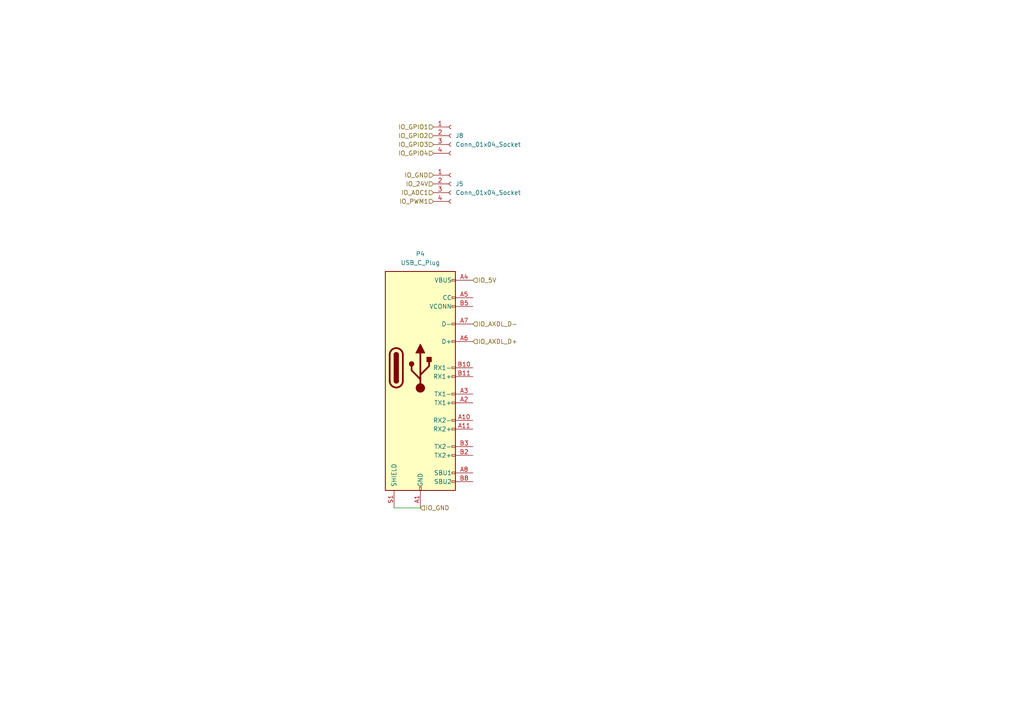
<source format=kicad_sch>
(kicad_sch (version 20250114) (generator "eeschema") (generator_version "9.0")
  (paper "A4")
  (lib_symbols
    (symbol "Connector:Conn_01x04_Socket" (pin_names (offset 1.016) (hide yes))
      (property "Reference" "J" (at 0 5.08 0))
      (property "Value" "Conn_01x04_Socket" (at 0 -7.62 0))
      (symbol "Conn_01x04_Socket_1_1"
        (polyline (pts (xy -1.27 2.54) (xy -0.508 2.54)) (stroke (width 0.1524)))
        (polyline (pts (xy -1.27 0) (xy -0.508 0)) (stroke (width 0.1524)))
        (polyline (pts (xy -1.27 -2.54) (xy -0.508 -2.54)) (stroke (width 0.1524)))
        (polyline (pts (xy -1.27 -5.08) (xy -0.508 -5.08)) (stroke (width 0.1524)))
        (arc (start 0 2.032) (mid -0.5058 2.54) (end 0 3.048) (stroke (width 0.1524)))
        (arc (start 0 -0.508) (mid -0.5058 0) (end 0 0.508) (stroke (width 0.1524)))
        (arc (start 0 -3.048) (mid -0.5058 -2.54) (end 0 -2.032) (stroke (width 0.1524)))
        (arc (start 0 -5.588) (mid -0.5058 -5.08) (end 0 -4.572) (stroke (width 0.1524)))
        (pin passive line (at -5.08 2.54 0) (length 3.81) (name "Pin_1") (number "1"))
        (pin passive line (at -5.08 0 0) (length 3.81) (name "Pin_2") (number "2"))
        (pin passive line (at -5.08 -2.54 0) (length 3.81) (name "Pin_3") (number "3"))
        (pin passive line (at -5.08 -5.08 0) (length 3.81) (name "Pin_4") (number "4"))
      )
    )
    (symbol "Connector:USB_C_Plug" (pin_names (offset 1.016))
      (property "Reference" "P" (at -10.16 29.21 0))
      (property "Value" "USB_C_Plug" (at 10.16 29.21 0))
      (symbol "USB_C_Plug_0_0"
        (rectangle (start -0.254 -35.56) (end 0.254 -34.544))
        (rectangle (start 10.16 25.654) (end 9.144 25.146))
        (rectangle (start 10.16 20.574) (end 9.144 20.066))
        (rectangle (start 10.16 18.034) (end 9.144 17.526))
        (rectangle (start 10.16 12.954) (end 9.144 12.446))
        (rectangle (start 10.16 7.874) (end 9.144 7.366))
        (rectangle (start 10.16 0.254) (end 9.144 -0.254))
        (rectangle (start 10.16 -2.286) (end 9.144 -2.794))
        (rectangle (start 10.16 -7.366) (end 9.144 -7.874))
        (rectangle (start 10.16 -9.906) (end 9.144 -10.414))
        (rectangle (start 10.16 -14.986) (end 9.144 -15.494))
        (rectangle (start 10.16 -17.526) (end 9.144 -18.034))
        (rectangle (start 10.16 -22.606) (end 9.144 -23.114))
        (rectangle (start 10.16 -25.146) (end 9.144 -25.654))
        (rectangle (start 10.16 -30.226) (end 9.144 -30.734))
        (rectangle (start 10.16 -32.766) (end 9.144 -33.274))
      )
      (symbol "USB_C_Plug_0_1"
        (rectangle (start -10.16 27.94) (end 10.16 -35.56) (stroke (width 0.254)) (fill (type background)))
        (polyline (pts (xy -8.89 -3.81) (xy -8.89 3.81)) (stroke (width 0.508)))
        (rectangle (start -7.62 -3.81) (end -6.35 3.81) (stroke (width 0.254)) (fill (type outline)))
        (arc (start -7.62 3.81) (mid -6.985 4.4423) (end -6.35 3.81) (stroke (width 0.254)))
        (arc (start -7.62 3.81) (mid -6.985 4.4423) (end -6.35 3.81) (stroke (width 0.254)) (fill (type outline)))
        (arc (start -8.89 3.81) (mid -6.985 5.7067) (end -5.08 3.81) (stroke (width 0.508)))
        (arc (start -5.08 -3.81) (mid -6.985 -5.7067) (end -8.89 -3.81) (stroke (width 0.508)))
        (arc (start -6.35 -3.81) (mid -6.985 -4.4423) (end -7.62 -3.81) (stroke (width 0.254)))
        (arc (start -6.35 -3.81) (mid -6.985 -4.4423) (end -7.62 -3.81) (stroke (width 0.254)) (fill (type outline)))
        (polyline (pts (xy -5.08 3.81) (xy -5.08 -3.81)) (stroke (width 0.508)))
      )
      (symbol "USB_C_Plug_1_1"
        (circle (center -2.54 1.143) (radius 0.635) (stroke (width 0.254)) (fill (type outline)))
        (polyline (pts (xy -1.27 4.318) (xy 0 6.858) (xy 1.27 4.318) (xy -1.27 4.318)) (stroke (width 0.254)) (fill (type outline)))
        (polyline (pts (xy 0 -2.032) (xy 2.54 0.508) (xy 2.54 1.778)) (stroke (width 0.508)))
        (polyline (pts (xy 0 -3.302) (xy -2.54 -0.762) (xy -2.54 0.508)) (stroke (width 0.508)))
        (polyline (pts (xy 0 -5.842) (xy 0 4.318)) (stroke (width 0.508)))
        (circle (center 0 -5.842) (radius 1.27) (fill (type outline)))
        (rectangle (start 1.905 1.778) (end 3.175 3.048) (stroke (width 0.254)) (fill (type outline)))
        (pin passive line (at -7.62 -40.64 90) (length 5.08) (name "SHIELD") (number "S1"))
        (pin passive line (at 0 -40.64 90) (length 5.08) (name "GND") (number "A1"))
        (pin passive line (at 0 -40.64 90) (length 5.08) (hide yes) (name "GND") (number "A12"))
        (pin passive line (at 0 -40.64 90) (length 5.08) (hide yes) (name "GND") (number "B1"))
        (pin passive line (at 0 -40.64 90) (length 5.08) (hide yes) (name "GND") (number "B12"))
        (pin passive line (at 15.24 25.4 180) (length 5.08) (name "VBUS") (number "A4"))
        (pin passive line (at 15.24 25.4 180) (length 5.08) (hide yes) (name "VBUS") (number "A9"))
        (pin passive line (at 15.24 25.4 180) (length 5.08) (hide yes) (name "VBUS") (number "B4"))
        (pin passive line (at 15.24 25.4 180) (length 5.08) (hide yes) (name "VBUS") (number "B9"))
        (pin bidirectional line (at 15.24 20.32 180) (length 5.08) (name "CC") (number "A5"))
        (pin bidirectional line (at 15.24 17.78 180) (length 5.08) (name "VCONN") (number "B5"))
        (pin bidirectional line (at 15.24 12.7 180) (length 5.08) (name "D-") (number "A7"))
        (pin bidirectional line (at 15.24 7.62 180) (length 5.08) (name "D+") (number "A6"))
        (pin bidirectional line (at 15.24 0 180) (length 5.08) (name "RX1-") (number "B10"))
        (pin bidirectional line (at 15.24 -2.54 180) (length 5.08) (name "RX1+") (number "B11"))
        (pin bidirectional line (at 15.24 -7.62 180) (length 5.08) (name "TX1-") (number "A3"))
        (pin bidirectional line (at 15.24 -10.16 180) (length 5.08) (name "TX1+") (number "A2"))
        (pin bidirectional line (at 15.24 -15.24 180) (length 5.08) (name "RX2-") (number "A10"))
        (pin bidirectional line (at 15.24 -17.78 180) (length 5.08) (name "RX2+") (number "A11"))
        (pin bidirectional line (at 15.24 -22.86 180) (length 5.08) (name "TX2-") (number "B3"))
        (pin bidirectional line (at 15.24 -25.4 180) (length 5.08) (name "TX2+") (number "B2"))
        (pin bidirectional line (at 15.24 -30.48 180) (length 5.08) (name "SBU1") (number "A8"))
        (pin bidirectional line (at 15.24 -33.02 180) (length 5.08) (name "SBU2") (number "B8"))
      )
    )
  )
  (wire (pts (xy 114.3 147.32) (xy 121.92 147.32)))
  (hierarchical_label "IO_ADC1" (shape input) (at 125.73 55.88 180))
  (hierarchical_label "IO_GPIO1" (shape input) (at 125.73 36.83 180))
  (hierarchical_label "IO_GND" (shape input) (at 125.73 50.8 180))
  (hierarchical_label "IO_PWM1" (shape input) (at 125.73 58.42 180))
  (hierarchical_label "IO_GND" (shape input) (at 121.92 147.32 0))
  (hierarchical_label "IO_24V" (shape input) (at 125.73 53.34 180))
  (hierarchical_label "IO_GPIO2" (shape input) (at 125.73 39.37 180))
  (hierarchical_label "IO_AXDL_D-" (shape input) (at 137.16 93.98 0))
  (hierarchical_label "IO_AXDL_D+" (shape input) (at 137.16 99.06 0))
  (hierarchical_label "IO_5V" (shape input) (at 137.16 81.28 0))
  (hierarchical_label "IO_GPIO4" (shape input) (at 125.73 44.45 180))
  (hierarchical_label "IO_GPIO3" (shape input) (at 125.73 41.91 180))
  (symbol (lib_id "Connector:Conn_01x04_Socket") (at 130.81 39.37 0) (unit 1)
    (property "Reference" "J8" (at 132.08 39.3699 0) (effects (justify left)))
    (property "Value" "Conn_01x04_Socket" (at 132.08 41.9099 0) (effects (justify left)))
    (property "Description" "Generic connector, single row, 01x04, script generated" (effects (hide yes)))
  )
  (symbol (lib_id "Connector:Conn_01x04_Socket") (at 130.81 53.34 0) (unit 1)
    (property "Reference" "J5" (at 132.08 53.3399 0) (effects (justify left)))
    (property "Value" "Conn_01x04_Socket" (at 132.08 55.8799 0) (effects (justify left)))
    (property "Description" "Generic connector, single row, 01x04, script generated" (effects (hide yes)))
  )
  (symbol (lib_id "Connector:USB_C_Plug") (at 121.92 106.68 0) (unit 1)
    (property "Reference" "P4" (at 121.92 73.66 0))
    (property "Value" "USB_C_Plug" (at 121.92 76.2 0))
    (property "Datasheet" "https://www.usb.org/sites/default/files/documents/usb_type-c.zip" (effects (hide yes)))
    (property "Description" "USB Type-C Plug connector" (effects (hide yes)))
  )
)
</source>
